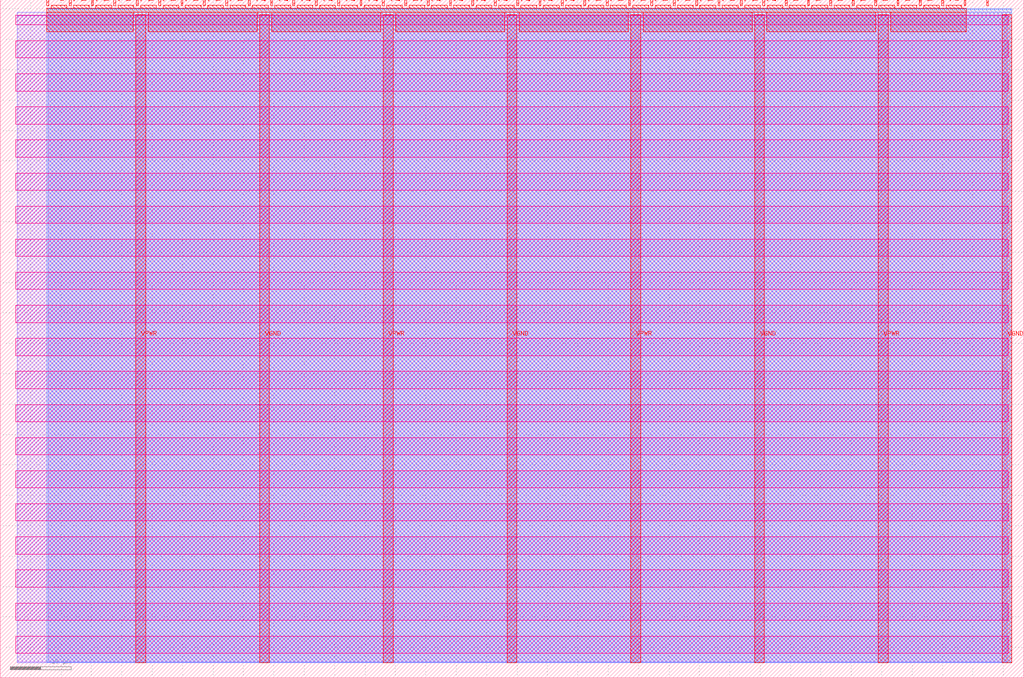
<source format=lef>
VERSION 5.7 ;
  NOWIREEXTENSIONATPIN ON ;
  DIVIDERCHAR "/" ;
  BUSBITCHARS "[]" ;
MACRO tt_um_pwl_RaulprTech
  CLASS BLOCK ;
  FOREIGN tt_um_pwl_RaulprTech ;
  ORIGIN 0.000 0.000 ;
  SIZE 168.360 BY 111.520 ;
  PIN VGND
    DIRECTION INOUT ;
    USE GROUND ;
    PORT
      LAYER met4 ;
        RECT 42.670 2.480 44.270 109.040 ;
    END
    PORT
      LAYER met4 ;
        RECT 83.380 2.480 84.980 109.040 ;
    END
    PORT
      LAYER met4 ;
        RECT 124.090 2.480 125.690 109.040 ;
    END
    PORT
      LAYER met4 ;
        RECT 164.800 2.480 166.400 109.040 ;
    END
  END VGND
  PIN VPWR
    DIRECTION INOUT ;
    USE POWER ;
    PORT
      LAYER met4 ;
        RECT 22.315 2.480 23.915 109.040 ;
    END
    PORT
      LAYER met4 ;
        RECT 63.025 2.480 64.625 109.040 ;
    END
    PORT
      LAYER met4 ;
        RECT 103.735 2.480 105.335 109.040 ;
    END
    PORT
      LAYER met4 ;
        RECT 144.445 2.480 146.045 109.040 ;
    END
  END VPWR
  PIN clk
    DIRECTION INPUT ;
    USE SIGNAL ;
    ANTENNAGATEAREA 0.852000 ;
    PORT
      LAYER met4 ;
        RECT 158.550 110.520 158.850 111.520 ;
    END
  END clk
  PIN ena
    DIRECTION INPUT ;
    USE SIGNAL ;
    PORT
      LAYER met4 ;
        RECT 162.230 110.520 162.530 111.520 ;
    END
  END ena
  PIN rst_n
    DIRECTION INPUT ;
    USE SIGNAL ;
    PORT
      LAYER met4 ;
        RECT 154.870 110.520 155.170 111.520 ;
    END
  END rst_n
  PIN ui_in[0]
    DIRECTION INPUT ;
    USE SIGNAL ;
    PORT
      LAYER met4 ;
        RECT 151.190 110.520 151.490 111.520 ;
    END
  END ui_in[0]
  PIN ui_in[1]
    DIRECTION INPUT ;
    USE SIGNAL ;
    ANTENNAGATEAREA 0.196500 ;
    PORT
      LAYER met4 ;
        RECT 147.510 110.520 147.810 111.520 ;
    END
  END ui_in[1]
  PIN ui_in[2]
    DIRECTION INPUT ;
    USE SIGNAL ;
    ANTENNAGATEAREA 0.196500 ;
    PORT
      LAYER met4 ;
        RECT 143.830 110.520 144.130 111.520 ;
    END
  END ui_in[2]
  PIN ui_in[3]
    DIRECTION INPUT ;
    USE SIGNAL ;
    ANTENNAGATEAREA 0.196500 ;
    PORT
      LAYER met4 ;
        RECT 140.150 110.520 140.450 111.520 ;
    END
  END ui_in[3]
  PIN ui_in[4]
    DIRECTION INPUT ;
    USE SIGNAL ;
    ANTENNAGATEAREA 0.196500 ;
    PORT
      LAYER met4 ;
        RECT 136.470 110.520 136.770 111.520 ;
    END
  END ui_in[4]
  PIN ui_in[5]
    DIRECTION INPUT ;
    USE SIGNAL ;
    ANTENNAGATEAREA 0.196500 ;
    PORT
      LAYER met4 ;
        RECT 132.790 110.520 133.090 111.520 ;
    END
  END ui_in[5]
  PIN ui_in[6]
    DIRECTION INPUT ;
    USE SIGNAL ;
    ANTENNAGATEAREA 0.196500 ;
    PORT
      LAYER met4 ;
        RECT 129.110 110.520 129.410 111.520 ;
    END
  END ui_in[6]
  PIN ui_in[7]
    DIRECTION INPUT ;
    USE SIGNAL ;
    ANTENNAGATEAREA 0.196500 ;
    PORT
      LAYER met4 ;
        RECT 125.430 110.520 125.730 111.520 ;
    END
  END ui_in[7]
  PIN uio_in[0]
    DIRECTION INPUT ;
    USE SIGNAL ;
    PORT
      LAYER met4 ;
        RECT 121.750 110.520 122.050 111.520 ;
    END
  END uio_in[0]
  PIN uio_in[1]
    DIRECTION INPUT ;
    USE SIGNAL ;
    PORT
      LAYER met4 ;
        RECT 118.070 110.520 118.370 111.520 ;
    END
  END uio_in[1]
  PIN uio_in[2]
    DIRECTION INPUT ;
    USE SIGNAL ;
    PORT
      LAYER met4 ;
        RECT 114.390 110.520 114.690 111.520 ;
    END
  END uio_in[2]
  PIN uio_in[3]
    DIRECTION INPUT ;
    USE SIGNAL ;
    PORT
      LAYER met4 ;
        RECT 110.710 110.520 111.010 111.520 ;
    END
  END uio_in[3]
  PIN uio_in[4]
    DIRECTION INPUT ;
    USE SIGNAL ;
    PORT
      LAYER met4 ;
        RECT 107.030 110.520 107.330 111.520 ;
    END
  END uio_in[4]
  PIN uio_in[5]
    DIRECTION INPUT ;
    USE SIGNAL ;
    PORT
      LAYER met4 ;
        RECT 103.350 110.520 103.650 111.520 ;
    END
  END uio_in[5]
  PIN uio_in[6]
    DIRECTION INPUT ;
    USE SIGNAL ;
    PORT
      LAYER met4 ;
        RECT 99.670 110.520 99.970 111.520 ;
    END
  END uio_in[6]
  PIN uio_in[7]
    DIRECTION INPUT ;
    USE SIGNAL ;
    PORT
      LAYER met4 ;
        RECT 95.990 110.520 96.290 111.520 ;
    END
  END uio_in[7]
  PIN uio_oe[0]
    DIRECTION OUTPUT TRISTATE ;
    USE SIGNAL ;
    PORT
      LAYER met4 ;
        RECT 33.430 110.520 33.730 111.520 ;
    END
  END uio_oe[0]
  PIN uio_oe[1]
    DIRECTION OUTPUT TRISTATE ;
    USE SIGNAL ;
    PORT
      LAYER met4 ;
        RECT 29.750 110.520 30.050 111.520 ;
    END
  END uio_oe[1]
  PIN uio_oe[2]
    DIRECTION OUTPUT TRISTATE ;
    USE SIGNAL ;
    PORT
      LAYER met4 ;
        RECT 26.070 110.520 26.370 111.520 ;
    END
  END uio_oe[2]
  PIN uio_oe[3]
    DIRECTION OUTPUT TRISTATE ;
    USE SIGNAL ;
    PORT
      LAYER met4 ;
        RECT 22.390 110.520 22.690 111.520 ;
    END
  END uio_oe[3]
  PIN uio_oe[4]
    DIRECTION OUTPUT TRISTATE ;
    USE SIGNAL ;
    PORT
      LAYER met4 ;
        RECT 18.710 110.520 19.010 111.520 ;
    END
  END uio_oe[4]
  PIN uio_oe[5]
    DIRECTION OUTPUT TRISTATE ;
    USE SIGNAL ;
    PORT
      LAYER met4 ;
        RECT 15.030 110.520 15.330 111.520 ;
    END
  END uio_oe[5]
  PIN uio_oe[6]
    DIRECTION OUTPUT TRISTATE ;
    USE SIGNAL ;
    PORT
      LAYER met4 ;
        RECT 11.350 110.520 11.650 111.520 ;
    END
  END uio_oe[6]
  PIN uio_oe[7]
    DIRECTION OUTPUT TRISTATE ;
    USE SIGNAL ;
    PORT
      LAYER met4 ;
        RECT 7.670 110.520 7.970 111.520 ;
    END
  END uio_oe[7]
  PIN uio_out[0]
    DIRECTION OUTPUT TRISTATE ;
    USE SIGNAL ;
    PORT
      LAYER met4 ;
        RECT 62.870 110.520 63.170 111.520 ;
    END
  END uio_out[0]
  PIN uio_out[1]
    DIRECTION OUTPUT TRISTATE ;
    USE SIGNAL ;
    PORT
      LAYER met4 ;
        RECT 59.190 110.520 59.490 111.520 ;
    END
  END uio_out[1]
  PIN uio_out[2]
    DIRECTION OUTPUT TRISTATE ;
    USE SIGNAL ;
    PORT
      LAYER met4 ;
        RECT 55.510 110.520 55.810 111.520 ;
    END
  END uio_out[2]
  PIN uio_out[3]
    DIRECTION OUTPUT TRISTATE ;
    USE SIGNAL ;
    PORT
      LAYER met4 ;
        RECT 51.830 110.520 52.130 111.520 ;
    END
  END uio_out[3]
  PIN uio_out[4]
    DIRECTION OUTPUT TRISTATE ;
    USE SIGNAL ;
    PORT
      LAYER met4 ;
        RECT 48.150 110.520 48.450 111.520 ;
    END
  END uio_out[4]
  PIN uio_out[5]
    DIRECTION OUTPUT TRISTATE ;
    USE SIGNAL ;
    PORT
      LAYER met4 ;
        RECT 44.470 110.520 44.770 111.520 ;
    END
  END uio_out[5]
  PIN uio_out[6]
    DIRECTION OUTPUT TRISTATE ;
    USE SIGNAL ;
    PORT
      LAYER met4 ;
        RECT 40.790 110.520 41.090 111.520 ;
    END
  END uio_out[6]
  PIN uio_out[7]
    DIRECTION OUTPUT TRISTATE ;
    USE SIGNAL ;
    PORT
      LAYER met4 ;
        RECT 37.110 110.520 37.410 111.520 ;
    END
  END uio_out[7]
  PIN uo_out[0]
    DIRECTION OUTPUT TRISTATE ;
    USE SIGNAL ;
    ANTENNADIFFAREA 0.445500 ;
    PORT
      LAYER met4 ;
        RECT 92.310 110.520 92.610 111.520 ;
    END
  END uo_out[0]
  PIN uo_out[1]
    DIRECTION OUTPUT TRISTATE ;
    USE SIGNAL ;
    ANTENNADIFFAREA 0.891000 ;
    PORT
      LAYER met4 ;
        RECT 88.630 110.520 88.930 111.520 ;
    END
  END uo_out[1]
  PIN uo_out[2]
    DIRECTION OUTPUT TRISTATE ;
    USE SIGNAL ;
    ANTENNADIFFAREA 0.891000 ;
    PORT
      LAYER met4 ;
        RECT 84.950 110.520 85.250 111.520 ;
    END
  END uo_out[2]
  PIN uo_out[3]
    DIRECTION OUTPUT TRISTATE ;
    USE SIGNAL ;
    ANTENNADIFFAREA 0.795200 ;
    PORT
      LAYER met4 ;
        RECT 81.270 110.520 81.570 111.520 ;
    END
  END uo_out[3]
  PIN uo_out[4]
    DIRECTION OUTPUT TRISTATE ;
    USE SIGNAL ;
    ANTENNADIFFAREA 0.445500 ;
    PORT
      LAYER met4 ;
        RECT 77.590 110.520 77.890 111.520 ;
    END
  END uo_out[4]
  PIN uo_out[5]
    DIRECTION OUTPUT TRISTATE ;
    USE SIGNAL ;
    ANTENNADIFFAREA 0.891000 ;
    PORT
      LAYER met4 ;
        RECT 73.910 110.520 74.210 111.520 ;
    END
  END uo_out[5]
  PIN uo_out[6]
    DIRECTION OUTPUT TRISTATE ;
    USE SIGNAL ;
    ANTENNADIFFAREA 0.795200 ;
    PORT
      LAYER met4 ;
        RECT 70.230 110.520 70.530 111.520 ;
    END
  END uo_out[6]
  PIN uo_out[7]
    DIRECTION OUTPUT TRISTATE ;
    USE SIGNAL ;
    ANTENNADIFFAREA 0.933750 ;
    PORT
      LAYER met4 ;
        RECT 66.550 110.520 66.850 111.520 ;
    END
  END uo_out[7]
  OBS
      LAYER nwell ;
        RECT 2.570 107.385 165.790 108.990 ;
        RECT 2.570 101.945 165.790 104.775 ;
        RECT 2.570 96.505 165.790 99.335 ;
        RECT 2.570 91.065 165.790 93.895 ;
        RECT 2.570 85.625 165.790 88.455 ;
        RECT 2.570 80.185 165.790 83.015 ;
        RECT 2.570 74.745 165.790 77.575 ;
        RECT 2.570 69.305 165.790 72.135 ;
        RECT 2.570 63.865 165.790 66.695 ;
        RECT 2.570 58.425 165.790 61.255 ;
        RECT 2.570 52.985 165.790 55.815 ;
        RECT 2.570 47.545 165.790 50.375 ;
        RECT 2.570 42.105 165.790 44.935 ;
        RECT 2.570 36.665 165.790 39.495 ;
        RECT 2.570 31.225 165.790 34.055 ;
        RECT 2.570 25.785 165.790 28.615 ;
        RECT 2.570 20.345 165.790 23.175 ;
        RECT 2.570 14.905 165.790 17.735 ;
        RECT 2.570 9.465 165.790 12.295 ;
        RECT 2.570 4.025 165.790 6.855 ;
      LAYER li1 ;
        RECT 2.760 2.635 165.600 108.885 ;
      LAYER met1 ;
        RECT 2.760 2.480 166.400 109.440 ;
      LAYER met2 ;
        RECT 7.910 2.535 166.370 110.005 ;
      LAYER met3 ;
        RECT 7.630 2.555 166.390 109.985 ;
      LAYER met4 ;
        RECT 8.370 110.120 10.950 110.650 ;
        RECT 12.050 110.120 14.630 110.650 ;
        RECT 15.730 110.120 18.310 110.650 ;
        RECT 19.410 110.120 21.990 110.650 ;
        RECT 23.090 110.120 25.670 110.650 ;
        RECT 26.770 110.120 29.350 110.650 ;
        RECT 30.450 110.120 33.030 110.650 ;
        RECT 34.130 110.120 36.710 110.650 ;
        RECT 37.810 110.120 40.390 110.650 ;
        RECT 41.490 110.120 44.070 110.650 ;
        RECT 45.170 110.120 47.750 110.650 ;
        RECT 48.850 110.120 51.430 110.650 ;
        RECT 52.530 110.120 55.110 110.650 ;
        RECT 56.210 110.120 58.790 110.650 ;
        RECT 59.890 110.120 62.470 110.650 ;
        RECT 63.570 110.120 66.150 110.650 ;
        RECT 67.250 110.120 69.830 110.650 ;
        RECT 70.930 110.120 73.510 110.650 ;
        RECT 74.610 110.120 77.190 110.650 ;
        RECT 78.290 110.120 80.870 110.650 ;
        RECT 81.970 110.120 84.550 110.650 ;
        RECT 85.650 110.120 88.230 110.650 ;
        RECT 89.330 110.120 91.910 110.650 ;
        RECT 93.010 110.120 95.590 110.650 ;
        RECT 96.690 110.120 99.270 110.650 ;
        RECT 100.370 110.120 102.950 110.650 ;
        RECT 104.050 110.120 106.630 110.650 ;
        RECT 107.730 110.120 110.310 110.650 ;
        RECT 111.410 110.120 113.990 110.650 ;
        RECT 115.090 110.120 117.670 110.650 ;
        RECT 118.770 110.120 121.350 110.650 ;
        RECT 122.450 110.120 125.030 110.650 ;
        RECT 126.130 110.120 128.710 110.650 ;
        RECT 129.810 110.120 132.390 110.650 ;
        RECT 133.490 110.120 136.070 110.650 ;
        RECT 137.170 110.120 139.750 110.650 ;
        RECT 140.850 110.120 143.430 110.650 ;
        RECT 144.530 110.120 147.110 110.650 ;
        RECT 148.210 110.120 150.790 110.650 ;
        RECT 151.890 110.120 154.470 110.650 ;
        RECT 155.570 110.120 158.150 110.650 ;
        RECT 7.655 109.440 158.865 110.120 ;
        RECT 7.655 106.255 21.915 109.440 ;
        RECT 24.315 106.255 42.270 109.440 ;
        RECT 44.670 106.255 62.625 109.440 ;
        RECT 65.025 106.255 82.980 109.440 ;
        RECT 85.380 106.255 103.335 109.440 ;
        RECT 105.735 106.255 123.690 109.440 ;
        RECT 126.090 106.255 144.045 109.440 ;
        RECT 146.445 106.255 158.865 109.440 ;
  END
END tt_um_pwl_RaulprTech
END LIBRARY


</source>
